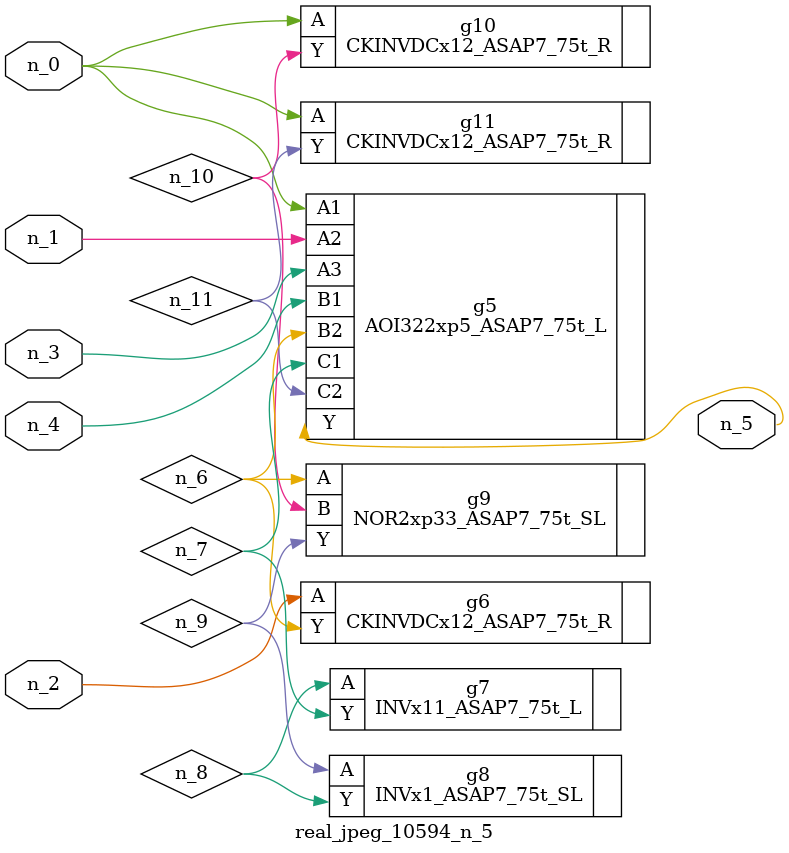
<source format=v>
module real_jpeg_10594_n_5 (n_4, n_0, n_1, n_2, n_3, n_5);

input n_4;
input n_0;
input n_1;
input n_2;
input n_3;

output n_5;

wire n_8;
wire n_11;
wire n_6;
wire n_7;
wire n_10;
wire n_9;

AOI322xp5_ASAP7_75t_L g5 ( 
.A1(n_0),
.A2(n_1),
.A3(n_3),
.B1(n_4),
.B2(n_6),
.C1(n_7),
.C2(n_11),
.Y(n_5)
);

CKINVDCx12_ASAP7_75t_R g10 ( 
.A(n_0),
.Y(n_10)
);

CKINVDCx12_ASAP7_75t_R g11 ( 
.A(n_0),
.Y(n_11)
);

CKINVDCx12_ASAP7_75t_R g6 ( 
.A(n_2),
.Y(n_6)
);

NOR2xp33_ASAP7_75t_SL g9 ( 
.A(n_6),
.B(n_10),
.Y(n_9)
);

INVx11_ASAP7_75t_L g7 ( 
.A(n_8),
.Y(n_7)
);

INVx1_ASAP7_75t_SL g8 ( 
.A(n_9),
.Y(n_8)
);


endmodule
</source>
